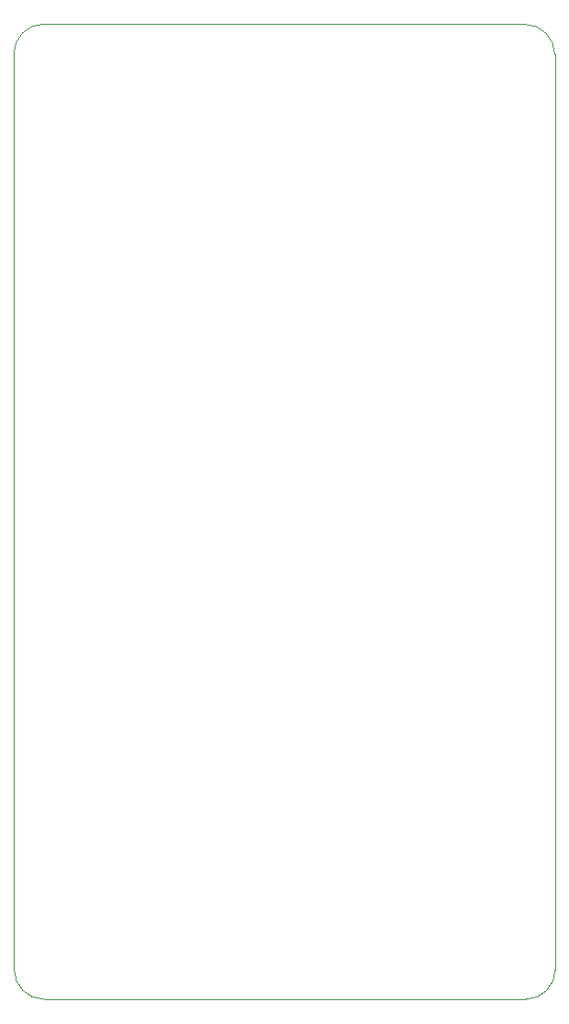
<source format=gbr>
%TF.GenerationSoftware,KiCad,Pcbnew,9.0.5*%
%TF.CreationDate,2025-10-20T11:06:54+01:00*%
%TF.ProjectId,Sound Capture,536f756e-6420-4436-9170-747572652e6b,rev?*%
%TF.SameCoordinates,Original*%
%TF.FileFunction,Profile,NP*%
%FSLAX46Y46*%
G04 Gerber Fmt 4.6, Leading zero omitted, Abs format (unit mm)*
G04 Created by KiCad (PCBNEW 9.0.5) date 2025-10-20 11:06:54*
%MOMM*%
%LPD*%
G01*
G04 APERTURE LIST*
%TA.AperFunction,Profile*%
%ADD10C,0.050000*%
%TD*%
G04 APERTURE END LIST*
D10*
X52688935Y-128463900D02*
X52656097Y-43994696D01*
X99949000Y-131216400D02*
X55432135Y-131207064D01*
X102648818Y-44042600D02*
X102692200Y-128473200D01*
X55424696Y-41226097D02*
X99848418Y-41242183D01*
X99848418Y-41242182D02*
G75*
G02*
X102648818Y-44042582I0J-2800400D01*
G01*
X52656096Y-43994696D02*
G75*
G02*
X55424696Y-41226096I2768600J0D01*
G01*
X55432135Y-131207065D02*
G75*
G02*
X52688935Y-128463865I0J2743200D01*
G01*
X102692200Y-128473200D02*
G75*
G02*
X99949000Y-131216400I-2743200J0D01*
G01*
M02*

</source>
